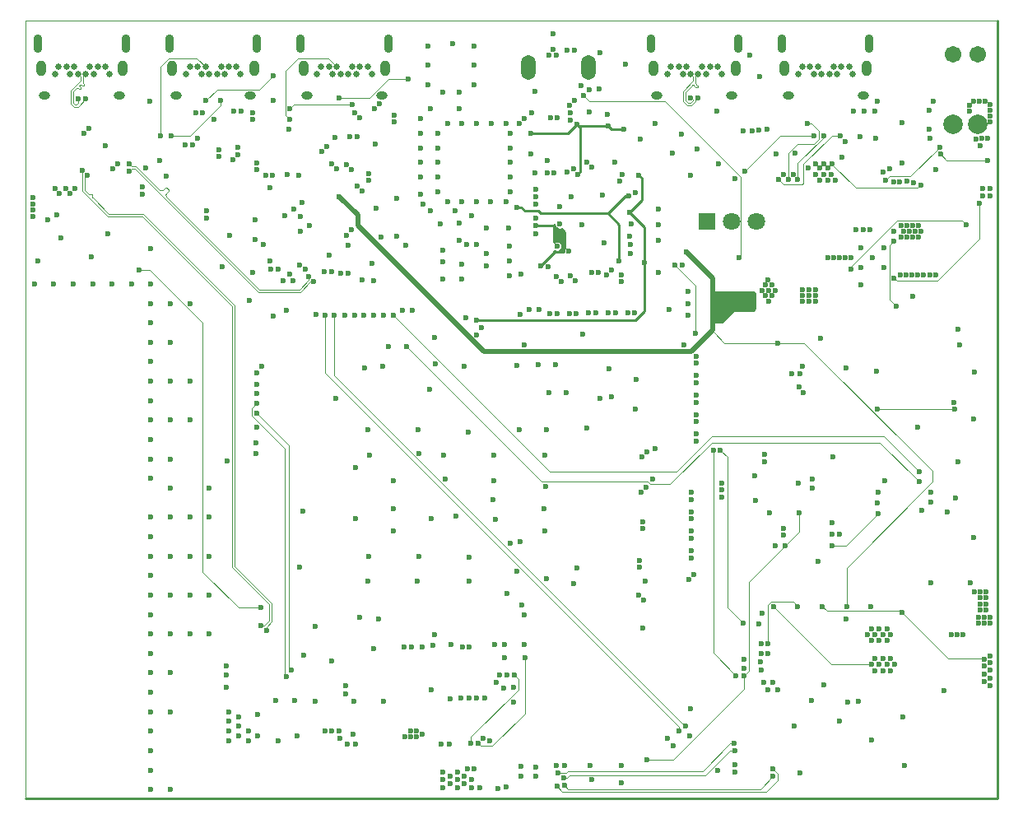
<source format=gbr>
%TF.GenerationSoftware,KiCad,Pcbnew,5.1.9+dfsg1-1*%
%TF.CreationDate,2022-02-21T14:57:17+01:00*%
%TF.ProjectId,sc606-baseboard,73633630-362d-4626-9173-65626f617264,rev?*%
%TF.SameCoordinates,Original*%
%TF.FileFunction,Copper,L3,Inr*%
%TF.FilePolarity,Positive*%
%FSLAX46Y46*%
G04 Gerber Fmt 4.6, Leading zero omitted, Abs format (unit mm)*
G04 Created by KiCad (PCBNEW 5.1.9+dfsg1-1) date 2022-02-21 14:57:17 commit 2b5f92f*
%MOMM*%
%LPD*%
G01*
G04 APERTURE LIST*
%TA.AperFunction,Profile*%
%ADD10C,0.120000*%
%TD*%
%TA.AperFunction,Profile*%
%ADD11C,0.254000*%
%TD*%
%TA.AperFunction,WasherPad*%
%ADD12C,1.710000*%
%TD*%
%TA.AperFunction,ComponentPad*%
%ADD13C,2.000000*%
%TD*%
%TA.AperFunction,ComponentPad*%
%ADD14O,0.900000X1.900000*%
%TD*%
%TA.AperFunction,ComponentPad*%
%ADD15O,1.000000X1.600000*%
%TD*%
%TA.AperFunction,ComponentPad*%
%ADD16O,1.150000X0.800000*%
%TD*%
%TA.AperFunction,ComponentPad*%
%ADD17C,0.650000*%
%TD*%
%TA.AperFunction,ComponentPad*%
%ADD18O,1.500000X2.550000*%
%TD*%
%TA.AperFunction,ComponentPad*%
%ADD19C,1.800000*%
%TD*%
%TA.AperFunction,ComponentPad*%
%ADD20R,1.800000X1.800000*%
%TD*%
%TA.AperFunction,ViaPad*%
%ADD21C,0.600000*%
%TD*%
%TA.AperFunction,Conductor*%
%ADD22C,0.125000*%
%TD*%
%TA.AperFunction,Conductor*%
%ADD23C,0.500000*%
%TD*%
%TA.AperFunction,Conductor*%
%ADD24C,0.250000*%
%TD*%
%TA.AperFunction,Conductor*%
%ADD25C,0.215000*%
%TD*%
%TA.AperFunction,Conductor*%
%ADD26C,0.254000*%
%TD*%
%TA.AperFunction,Conductor*%
%ADD27C,0.100000*%
%TD*%
G04 APERTURE END LIST*
D10*
X175600000Y-42400000D02*
X75600000Y-42400000D01*
D11*
X175600000Y-42400000D02*
X175600000Y-122400000D01*
D10*
X75600000Y-122400000D02*
X75600000Y-42400000D01*
D11*
X175600000Y-122400000D02*
X75600000Y-122400000D01*
D12*
%TO.N,*%
%TO.C,J1*%
X171050000Y-45920000D03*
X173550000Y-45920000D03*
D13*
%TO.N,GND*%
X173550000Y-53100000D03*
%TO.N,AUX_VDD*%
X171050000Y-53100000D03*
%TD*%
D14*
%TO.N,GND*%
%TO.C,J6*%
X76900000Y-44765000D03*
X85900000Y-44765000D03*
D15*
X77180000Y-47280000D03*
X85620000Y-47280000D03*
D16*
X77555000Y-50080000D03*
X85245000Y-50080000D03*
D17*
%TO.N,N/C*%
X79000000Y-47180000D03*
X79800000Y-47180000D03*
X80600000Y-47180000D03*
X82200000Y-47180000D03*
X83000000Y-47180000D03*
X83800000Y-47180000D03*
%TO.N,GND*%
X78600000Y-47880000D03*
%TO.N,/USB_flash_debug/USB_FLASH_5V0*%
X80200000Y-47880000D03*
%TO.N,/USB_flash_debug/USB_FLASH_P*%
X81000000Y-47880000D03*
%TO.N,/USB_flash_debug/USB_FLASH_N*%
X81800000Y-47880000D03*
%TO.N,/USB_flash_debug/USB_FLASH_5V0*%
X82600000Y-47880000D03*
%TO.N,GND*%
X84200000Y-47880000D03*
%TD*%
D14*
%TO.N,GND*%
%TO.C,J12*%
X153400000Y-44765000D03*
X162400000Y-44765000D03*
D15*
X153680000Y-47280000D03*
X162120000Y-47280000D03*
D16*
X154055000Y-50080000D03*
X161745000Y-50080000D03*
D17*
%TO.N,N/C*%
X155500000Y-47180000D03*
X156300000Y-47180000D03*
%TO.N,/USB-PD/PD_CC2*%
X157100000Y-47180000D03*
%TO.N,N/C*%
X158700000Y-47180000D03*
X159500000Y-47180000D03*
X160300000Y-47180000D03*
%TO.N,GND*%
X155100000Y-47880000D03*
%TO.N,/USB-PD/PD_VBUS*%
X156700000Y-47880000D03*
%TO.N,N/C*%
X157500000Y-47880000D03*
X158300000Y-47880000D03*
%TO.N,/USB-PD/PD_VBUS*%
X159100000Y-47880000D03*
%TO.N,GND*%
X160700000Y-47880000D03*
%TD*%
D14*
%TO.N,GND*%
%TO.C,J9*%
X139900000Y-44765000D03*
X148900000Y-44765000D03*
D15*
X140180000Y-47280000D03*
X148620000Y-47280000D03*
D16*
X140555000Y-50080000D03*
X148245000Y-50080000D03*
D17*
%TO.N,N/C*%
X142000000Y-47180000D03*
X142800000Y-47180000D03*
X143600000Y-47180000D03*
X145200000Y-47180000D03*
X146000000Y-47180000D03*
X146800000Y-47180000D03*
%TO.N,GND*%
X141600000Y-47880000D03*
%TO.N,/USB_flash_debug/DBG_VBUS*%
X143200000Y-47880000D03*
%TO.N,/USB_flash_debug/DBG_USB_D_P*%
X144000000Y-47880000D03*
%TO.N,/USB_flash_debug/DBG_USB_D_N*%
X144800000Y-47880000D03*
%TO.N,/USB_flash_debug/DBG_VBUS*%
X145600000Y-47880000D03*
%TO.N,GND*%
X147200000Y-47880000D03*
%TD*%
D14*
%TO.N,GND*%
%TO.C,J11*%
X90400000Y-44765000D03*
X99400000Y-44765000D03*
D15*
X90680000Y-47280000D03*
X99120000Y-47280000D03*
D16*
X91055000Y-50080000D03*
X98745000Y-50080000D03*
D17*
%TO.N,/USB_HUB_Connectors/USB_C2_SS_C_TX2_P*%
X92500000Y-47180000D03*
%TO.N,/USB_HUB_Connectors/USB_C2_SS_C_TX2_N*%
X93300000Y-47180000D03*
%TO.N,/USB_HUB_Connectors/USB_C2_CC2*%
X94100000Y-47180000D03*
%TO.N,Net-(J11-PadB8)*%
X95700000Y-47180000D03*
%TO.N,/USB_HUB_Connectors/USB_C2_SS_C_RX1_N*%
X96500000Y-47180000D03*
%TO.N,/USB_HUB_Connectors/USB_C2_SS_C_RX1_P*%
X97300000Y-47180000D03*
%TO.N,GND*%
X92100000Y-47880000D03*
%TO.N,/USB_HUB_Connectors/5V0_USB*%
X93700000Y-47880000D03*
%TO.N,/USB_HUB_Connectors/USB_C2_D2_P*%
X94500000Y-47880000D03*
%TO.N,/USB_HUB_Connectors/USB_C2_D2_N*%
X95300000Y-47880000D03*
%TO.N,/USB_HUB_Connectors/5V0_USB*%
X96100000Y-47880000D03*
%TO.N,GND*%
X97700000Y-47880000D03*
%TD*%
D14*
%TO.N,GND*%
%TO.C,J10*%
X103900000Y-44765000D03*
X112900000Y-44765000D03*
D15*
X104180000Y-47280000D03*
X112620000Y-47280000D03*
D16*
X104555000Y-50080000D03*
X112245000Y-50080000D03*
D17*
%TO.N,/USB_HUB_Connectors/USB_C1_SS_C_TX2_P*%
X106000000Y-47180000D03*
%TO.N,/USB_HUB_Connectors/USB_C1_SS_C_TX2_N*%
X106800000Y-47180000D03*
%TO.N,/USB_HUB_Connectors/USB_C1_CC2*%
X107600000Y-47180000D03*
%TO.N,Net-(J10-PadB8)*%
X109200000Y-47180000D03*
%TO.N,/USB_HUB_Connectors/USB_C1_SS_C_RX1_N*%
X110000000Y-47180000D03*
%TO.N,/USB_HUB_Connectors/USB_C1_SS_C_RX1_P*%
X110800000Y-47180000D03*
%TO.N,GND*%
X105600000Y-47880000D03*
%TO.N,/USB_HUB_Connectors/5V0_USB*%
X107200000Y-47880000D03*
%TO.N,/USB_HUB_Connectors/USB_C1_D2_P*%
X108000000Y-47880000D03*
%TO.N,/USB_HUB_Connectors/USB_C1_D2_N*%
X108800000Y-47880000D03*
%TO.N,/USB_HUB_Connectors/5V0_USB*%
X109600000Y-47880000D03*
%TO.N,GND*%
X111200000Y-47880000D03*
%TD*%
D18*
%TO.N,GND*%
%TO.C,J4*%
X133500000Y-47260000D03*
X127300000Y-47260000D03*
%TD*%
D19*
%TO.N,GND*%
%TO.C,SW1*%
X150780000Y-63100000D03*
%TO.N,DEBUG_UART_TX*%
X148240000Y-63100000D03*
D20*
%TO.N,DEBUG_UART_RX*%
X145700000Y-63100000D03*
%TD*%
D21*
%TO.N,GND*%
X117250000Y-62000000D03*
X116500000Y-61250000D03*
X126550000Y-119150000D03*
X163900000Y-67800000D03*
X163900000Y-65800000D03*
X161500000Y-65800000D03*
X161500000Y-67800000D03*
X162200000Y-105600000D03*
X163000000Y-105600000D03*
X163800000Y-105600000D03*
X164600000Y-105600000D03*
X162600000Y-106200000D03*
X163400000Y-106200000D03*
X164200000Y-105000000D03*
X163400000Y-105000000D03*
X162600000Y-105000000D03*
X130560000Y-61560000D03*
X131720000Y-60560000D03*
X138830000Y-54560000D03*
X88500000Y-87500000D03*
X90500000Y-87500000D03*
X88500000Y-89500000D03*
X88500000Y-93500000D03*
X88500000Y-95500000D03*
X90500000Y-93500000D03*
X92500000Y-93500000D03*
X90500000Y-90500000D03*
X94500000Y-93500000D03*
X94500000Y-90500000D03*
X94500000Y-97500000D03*
X94500000Y-101500000D03*
X94500000Y-105500000D03*
X90500000Y-121500000D03*
X88500000Y-97500000D03*
X90500000Y-97500000D03*
X92500000Y-97500000D03*
X88500000Y-99500000D03*
X88500000Y-101500000D03*
X88500000Y-103500000D03*
X88500000Y-105500000D03*
X88500000Y-107500000D03*
X90500000Y-101500000D03*
X92500000Y-101500000D03*
X90500000Y-105500000D03*
X92500000Y-105500000D03*
X88500000Y-109500000D03*
X90500000Y-109500000D03*
X88500000Y-81500000D03*
X86500000Y-69500000D03*
X84500000Y-69500000D03*
X82500000Y-69500000D03*
X80500000Y-69500000D03*
X78500000Y-69500000D03*
X76500000Y-69500000D03*
X122000000Y-53000000D03*
X120500000Y-53000000D03*
X119000000Y-53000000D03*
X123500000Y-53000000D03*
X125000000Y-53000000D03*
X125500000Y-57000000D03*
X125500000Y-55500000D03*
X125500000Y-54000000D03*
X125500000Y-58500000D03*
X125500000Y-60000000D03*
X122000000Y-61000000D03*
X120500000Y-61000000D03*
X119000000Y-61000000D03*
X118000000Y-57000000D03*
X118000000Y-58500000D03*
X118000000Y-60000000D03*
X118000000Y-55500000D03*
X118000000Y-54000000D03*
X123400000Y-61000000D03*
X125000000Y-61000000D03*
X88500000Y-113500000D03*
X88500000Y-117500000D03*
X88500000Y-119500000D03*
X88500000Y-121500000D03*
X88500000Y-85500000D03*
X90500000Y-83500000D03*
X92500000Y-83500000D03*
X88500000Y-83500000D03*
X88500000Y-79500000D03*
X90500000Y-79500000D03*
X92500000Y-79500000D03*
X88500000Y-77500000D03*
X88500000Y-75500000D03*
X90500000Y-75500000D03*
X88500000Y-73500000D03*
X88500000Y-71500000D03*
X90500000Y-71500000D03*
X92500000Y-71500000D03*
X88500000Y-69500000D03*
X88500000Y-115500000D03*
X88500000Y-111500000D03*
X90500000Y-113500000D03*
X113735000Y-60710000D03*
X110450000Y-78100000D03*
X112350000Y-78000000D03*
X120900000Y-73000000D03*
X124900000Y-107900000D03*
X138337501Y-82362499D03*
X82400000Y-66700000D03*
X89400000Y-56783628D03*
X83800000Y-55300000D03*
X84050000Y-64350000D03*
X111600000Y-55100000D03*
X107400000Y-54400000D03*
X128100000Y-120150000D03*
X125100000Y-101300000D03*
X128120000Y-64340000D03*
X134700000Y-81300000D03*
X132300000Y-98700000D03*
X126132215Y-99067785D03*
X126500000Y-96012500D03*
X129000000Y-94900000D03*
X123894715Y-93705285D03*
X121200000Y-97600000D03*
X121200000Y-100100000D03*
X115900000Y-100100000D03*
X110800000Y-100100000D03*
X116100000Y-97500000D03*
X110900000Y-97500000D03*
X116400000Y-106800000D03*
X111400000Y-107000000D03*
X109400000Y-112400000D03*
X105400000Y-112400000D03*
X103300000Y-112300000D03*
X99500000Y-113800000D03*
X104200000Y-107700000D03*
X103800000Y-98600000D03*
X104100000Y-92900000D03*
X119900000Y-93400000D03*
X123700000Y-91662501D03*
X128900000Y-92637501D03*
X129100000Y-90287500D03*
X123800000Y-89700000D03*
X117300000Y-93600000D03*
X113400000Y-94900000D03*
X113400000Y-92637501D03*
X109500000Y-93600000D03*
X113400000Y-89700000D03*
X109500000Y-88400000D03*
X129000000Y-87100000D03*
X123800000Y-87100000D03*
X118600000Y-87100000D03*
X116094714Y-86905286D03*
X111000000Y-87100000D03*
X110800000Y-84500000D03*
X116000000Y-84500000D03*
X121100000Y-84700000D03*
X126400000Y-84500000D03*
X129200000Y-84500000D03*
X133300000Y-84300000D03*
X140400000Y-86400000D03*
X144000000Y-113150000D03*
X128100000Y-119200000D03*
X126550000Y-120150000D03*
X107500000Y-81300000D03*
X98600000Y-71200000D03*
X105500000Y-72600000D03*
X102400000Y-72225000D03*
X104800000Y-63500000D03*
X103900000Y-64100000D03*
X102300000Y-62500000D03*
X103200000Y-61800000D03*
X103900000Y-62600000D03*
X104000000Y-61100000D03*
X120700000Y-78000000D03*
X130521364Y-63352162D03*
X128000000Y-58100000D03*
X130261094Y-65627897D03*
X135100000Y-65300000D03*
X131500000Y-66100000D03*
X134956906Y-60362035D03*
X138400000Y-79300000D03*
X143300000Y-75800000D03*
X141800000Y-72100000D03*
X128400000Y-72100000D03*
X140400000Y-52950000D03*
X146700000Y-51700000D03*
X144000000Y-58300000D03*
X146900000Y-57100000D03*
X152800000Y-56150000D03*
X154750000Y-56050000D03*
X150100000Y-45950000D03*
X161450000Y-54350000D03*
X159550000Y-56500000D03*
X132850000Y-63437491D03*
X144650000Y-55600000D03*
X139350000Y-100050000D03*
X139100000Y-104850000D03*
X133650000Y-119050000D03*
X129838747Y-45333160D03*
X133600000Y-51800000D03*
X127700000Y-51900000D03*
X93250000Y-54550000D03*
X97450000Y-55450000D03*
X95000000Y-52600000D03*
X160000000Y-104000000D03*
X168755285Y-100255285D03*
X174800000Y-103800000D03*
X174200000Y-103800000D03*
X173600000Y-103800000D03*
X174800000Y-104400000D03*
X174200000Y-104400000D03*
X173600000Y-104400000D03*
X170800000Y-105600000D03*
X171400000Y-105600000D03*
X172000000Y-105600000D03*
X170100000Y-111300000D03*
X157400000Y-75100000D03*
X152000000Y-69050000D03*
X152050000Y-71250000D03*
X151700000Y-70700000D03*
X152400000Y-70700000D03*
X152050000Y-70150000D03*
X151350000Y-70150000D03*
X151700000Y-69600000D03*
X152700000Y-70150000D03*
X152350000Y-69600000D03*
X162550000Y-102650000D03*
X111425003Y-69200000D03*
X117300000Y-111200000D03*
X166000000Y-119000000D03*
X152150000Y-93000000D03*
X122699998Y-116250009D03*
X140100000Y-89587532D03*
X118744714Y-89587532D03*
X168700000Y-90900000D03*
X157100000Y-98000000D03*
X154400000Y-78687500D03*
X158525001Y-94050000D03*
X151600000Y-87024997D03*
X173200000Y-78600000D03*
X164200000Y-106200000D03*
X171500000Y-87800000D03*
X164000000Y-89700000D03*
X167400000Y-84200000D03*
X171097470Y-81682284D03*
X171724997Y-75801282D03*
X171550000Y-74150000D03*
X162700000Y-66800010D03*
X169200000Y-68550000D03*
X168600000Y-68550000D03*
X168000000Y-68550000D03*
X167400000Y-68550000D03*
X166800000Y-68550000D03*
X166200000Y-68550000D03*
X165600000Y-68550000D03*
X160550000Y-66750000D03*
X159950000Y-66750000D03*
X159350000Y-66750000D03*
X158750000Y-66750000D03*
X158150000Y-66750000D03*
X165800000Y-57050000D03*
X174800000Y-60450000D03*
X174800000Y-59700000D03*
X174050000Y-60450000D03*
X174050000Y-59700000D03*
X165500000Y-59012500D03*
X131050000Y-119049994D03*
X133817036Y-120500000D03*
X155300000Y-119800000D03*
X164873169Y-59001654D03*
X171300004Y-91550000D03*
X173100000Y-83400000D03*
X173100000Y-95550000D03*
X163150000Y-78500000D03*
X129900000Y-43750000D03*
X113750000Y-64550000D03*
X114700000Y-65500000D03*
X112150000Y-64700000D03*
X118500000Y-66000000D03*
X118500000Y-67250000D03*
X118500000Y-69000000D03*
X120500000Y-69000000D03*
X120500000Y-67500000D03*
X120250000Y-65000000D03*
X120250000Y-63250000D03*
X119750000Y-62000000D03*
X116250000Y-60250000D03*
X116250000Y-58500000D03*
X116250000Y-57000000D03*
X116250000Y-55500000D03*
X116250000Y-54000000D03*
X116250000Y-52500000D03*
X117250000Y-51500000D03*
X120250000Y-51500000D03*
X120250000Y-49750000D03*
X118500000Y-49750000D03*
X117000000Y-49000000D03*
X121750000Y-49000000D03*
X117000000Y-47000000D03*
X117000000Y-45000000D03*
X121750000Y-45000000D03*
X121750000Y-47000000D03*
X119500000Y-44750000D03*
X125388299Y-68611701D03*
X125388299Y-67111701D03*
X125388299Y-65611701D03*
X125250000Y-63750000D03*
X123000000Y-63750000D03*
X123000000Y-67600000D03*
X99000000Y-68275799D03*
X95800000Y-67700000D03*
X96600000Y-64500000D03*
X78800000Y-62400000D03*
X79200000Y-64800000D03*
X90100000Y-58400000D03*
X102700000Y-53600000D03*
X134700000Y-45700000D03*
X138300004Y-60100000D03*
X132000000Y-100300000D03*
X172800000Y-100200000D03*
X151044715Y-104444715D03*
X134600000Y-49475010D03*
X173400000Y-54600000D03*
X174000000Y-54550000D03*
X174600000Y-54550000D03*
X172700000Y-51700000D03*
X172700000Y-51100000D03*
X173150000Y-50700000D03*
X173750000Y-50700000D03*
X174350000Y-50700000D03*
X174850000Y-51050000D03*
X174850000Y-51650000D03*
X174850000Y-52250000D03*
X174850000Y-52850000D03*
X125450000Y-96200000D03*
X157750000Y-110700000D03*
X156450000Y-112350000D03*
X159300000Y-114450000D03*
X165850000Y-114000000D03*
X160200000Y-112500000D03*
X99317979Y-86902479D03*
%TO.N,RTC_BAT*%
X96300000Y-87674976D03*
%TO.N,LDO6_1P8*%
X121500000Y-62500000D03*
X112900000Y-75900000D03*
X99400000Y-82800000D03*
X136900000Y-119025002D03*
X149500000Y-109800000D03*
X102900000Y-109250000D03*
X139500000Y-118424998D03*
X153762490Y-96400000D03*
X155162490Y-93000000D03*
X151600000Y-87750000D03*
X136900000Y-120800000D03*
%TO.N,V_SOM*%
X96250000Y-108750000D03*
X96250000Y-111000000D03*
X96500000Y-113500000D03*
X99500000Y-116000000D03*
X98500000Y-116500000D03*
X98500000Y-115500000D03*
X96500000Y-115500000D03*
X96500000Y-116500000D03*
X96500000Y-114500000D03*
X97500000Y-116000000D03*
X97500000Y-115000000D03*
X97500000Y-114000000D03*
X96250000Y-109750000D03*
%TO.N,VPH_PWR*%
X105400000Y-104700000D03*
%TO.N,Net-(C20-Pad1)*%
X161775003Y-63900000D03*
%TO.N,5V0_SYS*%
X163000000Y-108000000D03*
X118500000Y-121300000D03*
X119250000Y-120900000D03*
X118500000Y-120500000D03*
X119250000Y-120150000D03*
X118500000Y-119750000D03*
X120000000Y-119750000D03*
X120000000Y-120500000D03*
X120000000Y-121300000D03*
X120700000Y-120900000D03*
X120700000Y-120100000D03*
X121450000Y-120500000D03*
X121450000Y-121300000D03*
X122300000Y-121300000D03*
X111700000Y-61700000D03*
X77900000Y-62900000D03*
X76900000Y-67100000D03*
X76350000Y-62550000D03*
X76350000Y-61900000D03*
X76350000Y-61250000D03*
X76350000Y-60600000D03*
X162600000Y-108600000D03*
X163000000Y-109300000D03*
X163400000Y-108600000D03*
X163800000Y-109300000D03*
X164200000Y-108600000D03*
X164600000Y-109300000D03*
X163800000Y-108000000D03*
X164600000Y-108000000D03*
X137300000Y-46900000D03*
X151150000Y-48200000D03*
X163050000Y-54500000D03*
X173800000Y-102400000D03*
X174400000Y-103000000D03*
X173800000Y-103000000D03*
X174400000Y-102400000D03*
X174400000Y-101800000D03*
X173800000Y-101800000D03*
X174400000Y-101200000D03*
X173800000Y-101200000D03*
X173200000Y-101200000D03*
X156900000Y-71300000D03*
X156200000Y-71300000D03*
X155500000Y-71300000D03*
X156900000Y-70700000D03*
X156200000Y-70700000D03*
X155500000Y-70700000D03*
X156900000Y-70100000D03*
X156200000Y-70100000D03*
X155500000Y-70100000D03*
X152550000Y-102650000D03*
X165000000Y-108600000D03*
X165650000Y-63450000D03*
X166250000Y-63450000D03*
X166850000Y-63450000D03*
X167450000Y-63450000D03*
X165950000Y-64050000D03*
X166550000Y-64050000D03*
X167150000Y-64050000D03*
X166250000Y-64650000D03*
X165650000Y-64650000D03*
X166850000Y-64650000D03*
X167450000Y-64650000D03*
X167750000Y-64050000D03*
X154650000Y-115000000D03*
X161300000Y-112400000D03*
%TO.N,Net-(C23-Pad1)*%
X161550000Y-69594998D03*
%TO.N,Net-(C25-Pad2)*%
X166900000Y-70800000D03*
%TO.N,Net-(C25-Pad1)*%
X165155016Y-71800000D03*
X164900000Y-65100000D03*
%TO.N,1V2_SYS*%
X100100000Y-65400000D03*
X106800000Y-66500000D03*
X99200000Y-62900000D03*
X107887160Y-60487160D03*
X103823249Y-67560682D03*
X143612503Y-66200000D03*
X103700000Y-58300000D03*
X100700000Y-59600000D03*
X153000000Y-75600000D03*
X150400000Y-70800000D03*
X149700000Y-70800000D03*
X149000000Y-70800000D03*
X148300000Y-70800000D03*
X146300000Y-73200000D03*
X146300000Y-72500000D03*
X146300000Y-71800000D03*
X147000000Y-72900000D03*
X147000000Y-72100000D03*
X160050000Y-102650000D03*
%TO.N,3V3_CAM*%
X115800000Y-115500000D03*
X114600000Y-116100000D03*
X174225000Y-110425000D03*
X115200000Y-115500000D03*
X116400000Y-115800000D03*
X115200000Y-116100000D03*
X115800000Y-116100000D03*
X165750000Y-103250000D03*
X174825000Y-107750000D03*
X174825000Y-108425000D03*
X174825000Y-109225000D03*
X174825000Y-110025000D03*
X174225000Y-108075000D03*
X174225000Y-108825000D03*
X174225000Y-109625000D03*
X174825000Y-110825000D03*
X157550000Y-102650000D03*
%TO.N,3V3_SYS*%
X152000000Y-107500000D03*
X151200000Y-108400000D03*
X99200000Y-64892500D03*
X108600000Y-64500000D03*
X88500000Y-65900000D03*
X87600000Y-59500000D03*
X104400000Y-68000000D03*
X153000000Y-111250000D03*
X152000000Y-111250000D03*
X152500000Y-110500000D03*
X151500000Y-110500000D03*
X151250000Y-109250000D03*
X151250000Y-107500000D03*
X151250000Y-106500000D03*
X152000000Y-106500000D03*
X143750000Y-70250000D03*
X143750000Y-71500000D03*
X102550000Y-58200000D03*
X155050000Y-102650000D03*
X100730000Y-67120000D03*
X123373845Y-116517539D03*
X163250000Y-82350000D03*
X171200000Y-82400000D03*
X158650000Y-87300000D03*
X160000000Y-78150000D03*
X158525001Y-96400000D03*
X163300000Y-93100000D03*
X130224984Y-119025012D03*
%TO.N,/display module/RST_N*%
X149400000Y-104400000D03*
X143750000Y-72750000D03*
X147074972Y-86592459D03*
%TO.N,LT9611_VCC33_RX*%
X128100000Y-62732500D03*
X128074035Y-61319033D03*
X140687491Y-68300000D03*
X129322316Y-67695057D03*
%TO.N,LT9611_VCC33_TX*%
X129230000Y-56820000D03*
X132010001Y-57610001D03*
X136189998Y-56990000D03*
%TO.N,LT9611_VCC33_IO*%
X137700000Y-62150000D03*
X138680000Y-58320000D03*
X136690000Y-58900000D03*
X122000000Y-73200000D03*
X139228165Y-67271835D03*
%TO.N,Net-(C53-Pad1)*%
X128080000Y-60560000D03*
%TO.N,Net-(C57-Pad1)*%
X128080000Y-59770000D03*
%TO.N,LDO17_2P85*%
X152750000Y-96450000D03*
X168700000Y-91900000D03*
X99325012Y-85800000D03*
%TO.N,LT9611_VDD12*%
X136650000Y-67100000D03*
X126174998Y-61650000D03*
X140700000Y-65000000D03*
X137679587Y-60475143D03*
%TO.N,LT9611_VCC12_RX*%
X128575035Y-67664505D03*
X128120000Y-63520000D03*
X140700000Y-63400000D03*
%TO.N,LT9611_VCC12_TX*%
X140700000Y-61800000D03*
X131300000Y-58000000D03*
%TO.N,/display module/TX_D2_P*%
X129256578Y-58088512D03*
%TO.N,/display module/TX_D2_N*%
X129981578Y-58088512D03*
%TO.N,/display module/TX_D0_P*%
X133313673Y-56973673D03*
%TO.N,/display module/TX_D0_N*%
X133826327Y-57486327D03*
%TO.N,/display module/V_COMM*%
X135570000Y-53280000D03*
X137110004Y-53590000D03*
X132362500Y-58250000D03*
X127550000Y-54000000D03*
X132350000Y-53050000D03*
%TO.N,Net-(C85-Pad1)*%
X132717762Y-49107206D03*
%TO.N,SD_LDO11*%
X129160000Y-99815000D03*
X124000000Y-110500000D03*
%TO.N,USIM1_VDD*%
X112400000Y-72700000D03*
%TO.N,/USB_flash_debug/USB_FLASH_5V0*%
X87600000Y-60300000D03*
%TO.N,/USB_flash_debug/5V0_DBG*%
X142100000Y-56000000D03*
%TO.N,/USB_flash_debug/DBG_USB_D_P*%
X144762500Y-50337502D03*
%TO.N,1V8_DBG*%
X148550000Y-58700000D03*
%TO.N,/USB_flash_debug/DBG_USB_D_N*%
X144037500Y-50337502D03*
%TO.N,Net-(C117-Pad2)*%
X143074998Y-54050000D03*
%TO.N,/USB_HUB_Connectors/HUB_XTALI*%
X111200000Y-67400000D03*
%TO.N,/USB_HUB_Connectors/HUB_XTALO*%
X108800000Y-65500000D03*
%TO.N,/USB_HUB_Connectors/5V0_USB*%
X88400000Y-50700000D03*
X78600000Y-59700000D03*
X79100000Y-60200000D03*
X79700000Y-59700000D03*
X80200000Y-60200000D03*
X80700000Y-59700000D03*
X101100000Y-50600000D03*
%TO.N,/USB_flash_debug/USB_FLASH_P*%
X81762500Y-50487498D03*
X82106327Y-53493673D03*
X85081840Y-57150325D03*
%TO.N,/USB_flash_debug/USB_FLASH_N*%
X81037500Y-50487498D03*
X81593673Y-54006327D03*
X84569186Y-57662979D03*
%TO.N,DEBUG_UART_RX*%
X99400000Y-78650000D03*
%TO.N,DEBUG_UART_TX*%
X99900000Y-77950000D03*
%TO.N,Net-(IC1-Pad10)*%
X164950000Y-68900000D03*
X173749992Y-61200000D03*
%TO.N,Net-(IC1-Pad6)*%
X160500000Y-68000000D03*
X172400000Y-63400000D03*
%TO.N,Net-(IC1-Pad5)*%
X161050000Y-63900000D03*
%TO.N,Net-(IC1-Pad3)*%
X162500006Y-63900000D03*
%TO.N,VSYNC_CAM2*%
X125880285Y-109730285D03*
X121419683Y-116702380D03*
%TO.N,VSYNC_CAM1*%
X126950000Y-107950000D03*
X122144567Y-116715989D03*
%TO.N,TP0_I2C_SDA*%
X114800000Y-75912490D03*
X167500000Y-89800000D03*
%TO.N,TP0_I2C_SCL*%
X113400000Y-72700000D03*
X167500000Y-88800000D03*
%TO.N,/display module/DETECT_HDMI*%
X128000000Y-49700000D03*
%TO.N,/display module/CEC_HDMI*%
X149000000Y-66750000D03*
X133000000Y-50100000D03*
%TO.N,/display module/LTtoHDMI_SCL*%
X133600000Y-49530000D03*
%TO.N,/display module/LTtoHDMI_SDA*%
X135490000Y-52070000D03*
%TO.N,Net-(J11-PadA8)*%
X94152973Y-50621514D03*
X101050000Y-48100000D03*
%TO.N,SoM_USB_D_P*%
X99843673Y-104643673D03*
X81444732Y-57792078D03*
%TO.N,SoM_USB_D_N*%
X100356327Y-105156327D03*
X81957386Y-58304732D03*
%TO.N,Net-(M1-Pad248)*%
X126100000Y-77900000D03*
%TO.N,Net-(M1-Pad247)*%
X135600000Y-78200000D03*
%TO.N,CAM_RST*%
X126900000Y-106600000D03*
X151350000Y-103400000D03*
%TO.N,LT9611_RST_N*%
X124900000Y-106600000D03*
X149500000Y-108100000D03*
%TO.N,LT9611_INT0*%
X149500000Y-109074997D03*
X123837510Y-106600000D03*
%TO.N,HDMI_I2C_SCL*%
X117700000Y-75000000D03*
%TO.N,HDMI_I2C_SDA*%
X117755285Y-77744715D03*
%TO.N,Net-(M1-Pad201)*%
X132900000Y-74700000D03*
%TO.N,Net-(M1-Pad200)*%
X126900000Y-75800000D03*
%TO.N,SoM_USB3_TX_N*%
X121262500Y-106845636D03*
X108762500Y-68400000D03*
%TO.N,SoM_USB3_TX_P*%
X120537500Y-106845636D03*
X108037500Y-68400000D03*
%TO.N,SoM_USB3_RX_N*%
X115262500Y-106850000D03*
X107062500Y-68200000D03*
%TO.N,SoM_USB3_RX_P*%
X114537500Y-106850000D03*
X106337500Y-68200000D03*
%TO.N,VOL_DOWN*%
X106400000Y-72700000D03*
X142803640Y-115467768D03*
%TO.N,VOL_UP*%
X107349999Y-72700000D03*
X143500000Y-115000002D03*
%TO.N,Net-(M1-Pad145)*%
X108400000Y-72700000D03*
%TO.N,USIM1_RST*%
X109450000Y-72700000D03*
%TO.N,USIM1_CLK*%
X110400000Y-72700000D03*
%TO.N,USIM1_DATA*%
X111400000Y-72700000D03*
%TO.N,Net-(M1-Pad132)*%
X121000000Y-65450000D03*
%TO.N,Net-(M1-Pad131)*%
X123000000Y-66400000D03*
X122000000Y-65450000D03*
%TO.N,PWRKEY*%
X162600000Y-116400000D03*
X101330278Y-112319722D03*
%TO.N,SoM_USB_FLASH_ID*%
X99800000Y-102800000D03*
X87300000Y-68100000D03*
%TO.N,LDO5_1P8*%
X99400000Y-81800000D03*
X146800000Y-119500000D03*
X102400000Y-109900000D03*
%TO.N,/display module/CEC_LT*%
X137919715Y-63319715D03*
X143125003Y-67550000D03*
%TO.N,/display module/INT0*%
X148700000Y-109800000D03*
X137749934Y-64568431D03*
X142400000Y-67550000D03*
X144500000Y-74600000D03*
X146350000Y-86600000D03*
%TO.N,Net-(R59-Pad1)*%
X136990000Y-58220000D03*
X127550000Y-56150000D03*
%TO.N,Net-(R107-Pad1)*%
X87929317Y-57520683D03*
%TO.N,Net-(R112-Pad2)*%
X110200000Y-69100000D03*
%TO.N,Net-(R113-Pad2)*%
X109100000Y-63900000D03*
%TO.N,Net-(R118-Pad2)*%
X103100000Y-69150000D03*
%TO.N,Net-(R119-Pad2)*%
X102749996Y-68450000D03*
%TO.N,Net-(R120-Pad2)*%
X102100000Y-69150000D03*
%TO.N,Net-(TP16-Pad1)*%
X100800000Y-68000000D03*
%TO.N,Net-(TP17-Pad1)*%
X101612500Y-68000000D03*
%TO.N,USB_HUB_P*%
X104743673Y-68743673D03*
X86250000Y-57137500D03*
%TO.N,USB_HUB_N*%
X105256327Y-69256327D03*
X86250000Y-57862500D03*
%TO.N,/USB_HUB_Connectors/USB_C1_SS_TX2_P*%
X110256327Y-59956327D03*
%TO.N,/USB_HUB_Connectors/USB_C1_SS_TX2_N*%
X109743673Y-59443673D03*
%TO.N,/USB_HUB_Connectors/USB_C1_SS_TX1_P*%
X107625431Y-57651327D03*
%TO.N,/USB_HUB_Connectors/USB_C1_SS_RX2_N*%
X110900000Y-58137500D03*
X106545684Y-55333030D03*
%TO.N,/USB_HUB_Connectors/USB_C1_SS_TX1_N*%
X107112777Y-57138673D03*
%TO.N,/USB_HUB_Connectors/USB_C1_SS_RX2_P*%
X110900000Y-58862500D03*
X106033030Y-55845684D03*
%TO.N,/USB_HUB_Connectors/USB_C2_SS_TX1_P*%
X101012500Y-58300000D03*
%TO.N,/USB_HUB_Connectors/USB_C2_SS_TX1_N*%
X100287500Y-58300000D03*
%TO.N,/USB_HUB_Connectors/USB_C2_SS_RX2_N*%
X94250000Y-62712500D03*
%TO.N,/USB_HUB_Connectors/USB_C2_SS_RX2_P*%
X94250000Y-61987500D03*
%TO.N,/USB_HUB_Connectors/USB_C1_CC1*%
X109170683Y-51079317D03*
X102800000Y-51500000D03*
%TO.N,/USB_HUB_Connectors/USB_C1_CC2*%
X102800000Y-52600000D03*
%TO.N,/USB_HUB_Connectors/USB_C2_CC1*%
X90600000Y-54300000D03*
X95697898Y-50653885D03*
%TO.N,/USB_HUB_Connectors/USB_C2_CC2*%
X89500000Y-54300000D03*
%TO.N,SD_DATA_6*%
X125769745Y-112472463D03*
%TO.N,SD_DATA_4*%
X126612499Y-102500000D03*
%TO.N,SD_DATA_5*%
X126900000Y-103500000D03*
%TO.N,SD_DATA_0*%
X125150000Y-109750000D03*
%TO.N,SD_DATA_1*%
X124400000Y-109750000D03*
%TO.N,SD_DATA_2*%
X125800000Y-111000000D03*
%TO.N,SD_DATA_3*%
X124800000Y-111050000D03*
%TO.N,CAM1_CLK_P*%
X143818673Y-99930007D03*
%TO.N,CAM1_CLK_N*%
X144331327Y-99417353D03*
%TO.N,CAM1_D0_P*%
X144075000Y-97662500D03*
%TO.N,CAM1_D0_N*%
X144075000Y-96937500D03*
%TO.N,CAM1_D1_P*%
X144075000Y-95662500D03*
%TO.N,CAM1_D1_N*%
X144075000Y-94937500D03*
%TO.N,CAM1_D2_P*%
X144075000Y-93662500D03*
%TO.N,CAM1_D2_N*%
X144075000Y-92937500D03*
%TO.N,CAM1_D3_P*%
X144075000Y-91662500D03*
%TO.N,CAM1_D3_N*%
X144075000Y-90937500D03*
%TO.N,/USB_HUB_Connectors/USB_C1_SS_C_TX1_P*%
X109970684Y-52391970D03*
%TO.N,/USB_HUB_Connectors/USB_C1_SS_C_TX1_N*%
X109458030Y-51879316D03*
%TO.N,/USB_HUB_Connectors/USB_C2_SS_C_TX1_P*%
X98992884Y-52588215D03*
%TO.N,/USB_HUB_Connectors/USB_C2_SS_C_TX2_P*%
X93812500Y-51900000D03*
%TO.N,/USB_HUB_Connectors/USB_C2_SS_C_TX1_N*%
X98992884Y-51863215D03*
%TO.N,/USB_HUB_Connectors/USB_C2_SS_C_TX2_N*%
X93087500Y-51900000D03*
%TO.N,/USB_HUB_Connectors/USB_C2_SS_C_RX2_N*%
X92762500Y-55153238D03*
%TO.N,/USB_HUB_Connectors/USB_C2_SS_C_RX1_N*%
X97042500Y-51718119D03*
%TO.N,/USB_HUB_Connectors/USB_C2_SS_C_RX2_P*%
X92037500Y-55153238D03*
%TO.N,/USB_HUB_Connectors/USB_C2_SS_C_RX1_P*%
X97767500Y-51718119D03*
%TO.N,CAM2_CLK_P*%
X139193829Y-102006327D03*
%TO.N,CAM2_CLK_N*%
X138681175Y-101493673D03*
%TO.N,CAM2_D0_P*%
X138768809Y-98662500D03*
%TO.N,CAM2_D0_N*%
X138768809Y-97937500D03*
%TO.N,CAM2_D1_P*%
X139100000Y-94662500D03*
%TO.N,CAM2_D1_N*%
X139100000Y-93937500D03*
%TO.N,CAM2_D2_P*%
X138943673Y-90906327D03*
%TO.N,CAM2_D2_N*%
X139456327Y-90393673D03*
%TO.N,CAM2_D3_P*%
X138993673Y-87306327D03*
%TO.N,CAM2_D3_N*%
X139506327Y-86793673D03*
%TO.N,/display module/TX_D2_Ferr_P*%
X126368673Y-53006327D03*
%TO.N,/display module/TX_D2_Ferr_N*%
X126881327Y-52493673D03*
%TO.N,/display module/TX_D0_Ferr_P*%
X131600000Y-52612500D03*
%TO.N,/display module/TX_D0_Ferr_N*%
X131600000Y-51887500D03*
%TO.N,/display module/TX_D1_Ferr_P*%
X129437500Y-45981860D03*
X129587500Y-52415161D03*
%TO.N,/display module/TX_D1_Ferr_N*%
X130162500Y-45981860D03*
X130312500Y-52415161D03*
%TO.N,/display module/TX_CLK_Ferr_P*%
X131526804Y-51139458D03*
X131302921Y-45467759D03*
%TO.N,/display module/TX_CLK_Ferr_N*%
X132039458Y-50626804D03*
X132027921Y-45467759D03*
%TO.N,SoMtoDisplay_D3_N*%
X144600000Y-76937500D03*
%TO.N,SoMtoDisplay_D3_P*%
X144600000Y-77662500D03*
%TO.N,SoMtoDisplay_D2_N*%
X144600000Y-78937500D03*
%TO.N,SoMtoDisplay_D2_P*%
X144600000Y-79662500D03*
%TO.N,SoMtoDisplay_D1_N*%
X144600000Y-80937500D03*
%TO.N,SoMtoDisplay_D1_P*%
X144600000Y-81662500D03*
%TO.N,SoMtoDisplay_D0_N*%
X144600000Y-82937500D03*
%TO.N,SoMtoDisplay_D0_P*%
X144600000Y-83662500D03*
%TO.N,SoMtoDisplay_CLK_N*%
X144600000Y-84937500D03*
%TO.N,SoMtoDisplay_CLK_P*%
X144600000Y-85662500D03*
%TO.N,SoMtoLT_D3_N*%
X129537500Y-72512482D03*
X130193673Y-68753916D03*
%TO.N,SoMtoLT_D3_P*%
X130262500Y-72512482D03*
X130706327Y-69266570D03*
%TO.N,SoMtoLT_D2_N*%
X131671213Y-68681861D03*
X131537500Y-72512298D03*
%TO.N,SoMtoLT_D2_P*%
X132183867Y-69194515D03*
X132262500Y-72512298D03*
%TO.N,SoMtoLT_D1_N*%
X133537500Y-72473175D03*
X133812500Y-68331134D03*
%TO.N,SoMtoLT_D1_P*%
X134262500Y-72473175D03*
X134537500Y-68331134D03*
%TO.N,SoMtoLT_D0_N*%
X135537500Y-72476044D03*
X135368515Y-68568829D03*
%TO.N,SoMtoLT_D0_P*%
X136262500Y-72476044D03*
X135881169Y-68056175D03*
%TO.N,SoMtoLT_CLK_N*%
X136875000Y-69262500D03*
X137537500Y-72477945D03*
%TO.N,SoMtoLT_CLK_P*%
X136875000Y-68537500D03*
X138262500Y-72477945D03*
%TO.N,USB_BOOT*%
X143944722Y-115994586D03*
X119299996Y-112200000D03*
%TO.N,/USB_HUB_Connectors/USB_C1_SS_C_RX1_N*%
X111487442Y-51478137D03*
%TO.N,/USB_HUB_Connectors/USB_C1_SS_C_RX1_P*%
X112000096Y-50965483D03*
%TO.N,/display module/SoMtoLT_SDA*%
X137800000Y-65450000D03*
X122500000Y-74000004D03*
%TO.N,/USB_HUB_Connectors/USB_C1_D2_N*%
X113500000Y-52137500D03*
%TO.N,/USB_HUB_Connectors/USB_C1_D1_P*%
X109712500Y-54350000D03*
X109106327Y-57756327D03*
%TO.N,/USB_HUB_Connectors/USB_C1_D1_N*%
X108987500Y-54350000D03*
X108593673Y-57243673D03*
%TO.N,/USB_HUB_Connectors/USB_C1_D2_P*%
X113500000Y-52862500D03*
%TO.N,/USB_HUB_Connectors/USB_C2_D2_P*%
X95514357Y-55673143D03*
%TO.N,/USB_HUB_Connectors/USB_C2_D2_N*%
X95514357Y-56398143D03*
%TO.N,/USB_HUB_Connectors/USB_C2_D1_P*%
X97411327Y-56240399D03*
X99400000Y-57037500D03*
%TO.N,/USB_HUB_Connectors/USB_C2_D1_N*%
X96898673Y-56753053D03*
X99400000Y-57762500D03*
%TO.N,/display module/SoMtoLT_SCL*%
X122000000Y-74750000D03*
X137850000Y-66349994D03*
%TO.N,Net-(J10-PadA8)*%
X107837797Y-50325002D03*
X115000000Y-48400000D03*
%TO.N,/USB-PD/VREG_2V7*%
X156700000Y-54250000D03*
X149550000Y-57900000D03*
%TO.N,PD_VDD*%
X158100000Y-58800000D03*
X158900000Y-58800000D03*
X158500000Y-58200000D03*
X157300000Y-58800000D03*
X157700000Y-58200000D03*
X158100000Y-57600000D03*
X157300000Y-57600000D03*
X157700000Y-57100000D03*
X156900000Y-57100000D03*
X156900000Y-58200000D03*
X158600000Y-57100000D03*
X167700000Y-59300000D03*
%TO.N,STUSB4500_AB_SIDE*%
X154550000Y-58200000D03*
%TO.N,Net-(R148-Pad2)*%
X155050000Y-58750000D03*
X157700000Y-54300000D03*
%TO.N,Net-(R150-Pad2)*%
X154050450Y-58725431D03*
X156037500Y-53000000D03*
%TO.N,STUSB4500_GPIO*%
X153550000Y-58200000D03*
%TO.N,STUSB4500_ATTACH*%
X149450000Y-53750000D03*
%TO.N,STUSB4500_SCL*%
X151900000Y-53550000D03*
%TO.N,STUSB4500_SDA*%
X151050000Y-53699999D03*
%TO.N,STUSB4500_ALERT*%
X156100000Y-57600000D03*
%TO.N,Net-(R157-Pad2)*%
X150326841Y-53751654D03*
%TO.N,/USB-PD/STUSB4500_PWR_OK2*%
X159902164Y-54853246D03*
%TO.N,Net-(D34-Pad1)*%
X163000000Y-51750000D03*
%TO.N,/USB-PD/STUSB4500_PWR_OK3*%
X153050000Y-58750000D03*
X159400000Y-54250000D03*
%TO.N,Net-(D34-Pad3)*%
X160800000Y-51750000D03*
%TO.N,Net-(D34-Pad2)*%
X161900000Y-51750000D03*
%TO.N,VDD*%
X169200000Y-57750000D03*
X164900000Y-64076841D03*
%TO.N,AUX_VDD*%
X166950000Y-59050000D03*
%TO.N,Net-(C158-Pad1)*%
X164500000Y-57650000D03*
%TO.N,Net-(C159-Pad2)*%
X166232284Y-58947470D03*
X168550000Y-53600000D03*
%TO.N,Net-(D36-Pad1)*%
X163250000Y-50700000D03*
%TO.N,Net-(D37-Pad1)*%
X168950000Y-50700000D03*
%TO.N,Net-(M1-Pad168)*%
X107100000Y-108300000D03*
%TO.N,/peripherals/ANT_GNSS_*%
X118300000Y-63300000D03*
%TO.N,/SoM/USB_VBUS_DET*%
X103500000Y-116000000D03*
%TO.N,LDO10_2P8*%
X99400000Y-84250000D03*
%TO.N,Net-(M1-Pad244)*%
X135900000Y-81100000D03*
%TO.N,Net-(M1-Pad228)*%
X119400000Y-106600000D03*
%TO.N,Net-(M1-Pad227)*%
X117500000Y-106700000D03*
%TO.N,Net-(M1-Pad226)*%
X117700000Y-105600000D03*
%TO.N,Net-(M1-Pad224)*%
X111900000Y-104000000D03*
%TO.N,Net-(M1-Pad223)*%
X110000000Y-103800000D03*
%TO.N,Net-(M1-Pad202)*%
X126500000Y-72600000D03*
%TO.N,Net-(M1-Pad149)*%
X101100000Y-72800000D03*
%TO.N,Net-(M1-Pad139)*%
X114400000Y-72200000D03*
%TO.N,Net-(M1-Pad138)*%
X115400000Y-72200000D03*
%TO.N,Net-(M1-Pad127)*%
X126600000Y-68500000D03*
%TO.N,Net-(M1-Pad126)*%
X127400000Y-72100000D03*
%TO.N,Net-(M1-Pad74)*%
X142200000Y-117000000D03*
%TO.N,Net-(M1-Pad73)*%
X141650000Y-116250000D03*
%TO.N,Net-(M1-Pad61)*%
X122800000Y-112100000D03*
%TO.N,Net-(M1-Pad60)*%
X122000000Y-112100000D03*
%TO.N,Net-(M1-Pad59)*%
X121200000Y-112100000D03*
%TO.N,Net-(M1-Pad58)*%
X120400000Y-112100000D03*
%TO.N,Net-(M1-Pad55)*%
X108500000Y-110800000D03*
%TO.N,Net-(M1-Pad54)*%
X108500000Y-111700000D03*
%TO.N,Net-(M1-Pad53)*%
X109524899Y-116787208D03*
%TO.N,Net-(M1-Pad52)*%
X108723875Y-116790318D03*
%TO.N,Net-(M1-Pad51)*%
X109300000Y-115800000D03*
%TO.N,Net-(M1-Pad50)*%
X112400000Y-112400000D03*
%TO.N,Net-(M1-Pad49)*%
X107900187Y-116205456D03*
%TO.N,Net-(M1-Pad48)*%
X107875240Y-115480884D03*
%TO.N,Net-(M1-Pad46)*%
X107122439Y-115488117D03*
%TO.N,Net-(M1-Pad45)*%
X106398464Y-115449341D03*
%TO.N,Net-(M1-Pad44)*%
X101600000Y-116500000D03*
%TO.N,Net-(TP64-Pad1)*%
X152500000Y-119399998D03*
X130250000Y-121162479D03*
%TO.N,Net-(TP65-Pad1)*%
X152481775Y-120124783D03*
X131050000Y-121100000D03*
%TO.N,/USB-PD/AUX_MOS_S*%
X173800000Y-55300000D03*
%TO.N,/USB-PD/PD_MOS_S*%
X169648346Y-55426831D03*
X164100000Y-58800000D03*
%TO.N,/serial_and_cameras_interfaces/CAM1_SCL*%
X121024987Y-119400000D03*
%TO.N,/serial_and_cameras_interfaces/CAM1_SDA*%
X121750000Y-119399998D03*
%TO.N,/serial_and_cameras_interfaces/CAM0_SCL*%
X118363967Y-116797198D03*
%TO.N,/serial_and_cameras_interfaces/CAM0_SDA*%
X119200000Y-116800000D03*
%TO.N,Net-(J16-Pad3)*%
X167800000Y-92775000D03*
%TO.N,Net-(J16-Pad2)*%
X170449608Y-92980853D03*
%TO.N,/serial_and_cameras_interfaces/RS485_B*%
X163300000Y-90900000D03*
%TO.N,/serial_and_cameras_interfaces/RS485_A*%
X163200000Y-92000000D03*
%TO.N,RS485_RTS*%
X131250000Y-80700000D03*
X147250000Y-89949980D03*
%TO.N,SoM_TX__RS485_RX*%
X128350000Y-77800000D03*
X150600000Y-89200000D03*
%TO.N,SoM_RX__RS485_TX*%
X130150000Y-77800000D03*
X150650000Y-91750000D03*
%TO.N,UART_Connector_RX*%
X99400000Y-80800000D03*
X153600000Y-95350000D03*
%TO.N,UART_Connector_TX*%
X99400000Y-79800000D03*
X153601658Y-94624990D03*
%TO.N,/USB-PD/PD_MOS_G*%
X168650000Y-54500000D03*
X163850000Y-58000000D03*
%TO.N,/USB-PD/AUX_MOS_G*%
X174600000Y-56800000D03*
X169700000Y-56150000D03*
%TO.N,/serial_and_cameras_interfaces/UART_Connector_RX_3V3*%
X158574993Y-95247510D03*
%TO.N,/serial_and_cameras_interfaces/UART_Connector_TX_3V3*%
X159299998Y-95250002D03*
%TO.N,/serial_and_cameras_interfaces/I2C_Connector1_SDA*%
X124200000Y-121400000D03*
X155637500Y-80687500D03*
X148550000Y-119675013D03*
%TO.N,/serial_and_cameras_interfaces/I2C_Connector1_SCL*%
X155500000Y-77950000D03*
X148550000Y-118950000D03*
X125057229Y-121200002D03*
%TO.N,/serial_and_cameras_interfaces/I2C_Connector2_SDA*%
X155150000Y-80100000D03*
X148580278Y-117480278D03*
X130945559Y-120267840D03*
%TO.N,/serial_and_cameras_interfaces/I2C_Connector2_SCL*%
X155300000Y-78687500D03*
X148526198Y-116728754D03*
X130350000Y-119775000D03*
%TO.N,Net-(U17-Pad10)*%
X155100000Y-89950000D03*
%TO.N,Net-(U17-Pad13)*%
X156500000Y-89550000D03*
%TO.N,RS485_DIR_GPIO*%
X117150000Y-80350000D03*
X147250000Y-91400000D03*
%TO.N,RS485_CTS*%
X129400000Y-80700000D03*
X147251658Y-90674990D03*
%TO.N,/serial_and_cameras_interfaces/DIR*%
X156512490Y-90500000D03*
%TO.N,/USB-PD/VALID1*%
X165750000Y-52900000D03*
%TO.N,/USB-PD/VALID2*%
X168550000Y-51650000D03*
%TD*%
D22*
%TO.N,LDO6_1P8*%
X102700000Y-86100000D02*
X99400000Y-82800000D01*
X102700000Y-109150000D02*
X102800000Y-109150000D01*
X102800000Y-109150000D02*
X102900000Y-109250000D01*
X102700000Y-109150000D02*
X102700000Y-86100000D01*
X149500000Y-111160810D02*
X149500000Y-109800000D01*
X142235812Y-118424998D02*
X149500000Y-111160810D01*
X139500000Y-118424998D02*
X142235812Y-118424998D01*
X155162490Y-95000000D02*
X153762490Y-96400000D01*
X155162490Y-93000000D02*
X155162490Y-95000000D01*
X149500000Y-109796499D02*
X149500000Y-109800000D01*
X149987501Y-109308998D02*
X149500000Y-109796499D01*
X149987501Y-100174989D02*
X149987501Y-109308998D01*
X153762490Y-96400000D02*
X149987501Y-100174989D01*
%TO.N,5V0_SYS*%
X158500000Y-108600000D02*
X162700000Y-108600000D01*
X152550000Y-102650000D02*
X158500000Y-108600000D01*
%TO.N,Net-(C25-Pad1)*%
X165155016Y-71800000D02*
X164462499Y-71107483D01*
X164462499Y-71107483D02*
X164462499Y-65537501D01*
X164462499Y-65537501D02*
X164900000Y-65100000D01*
D23*
%TO.N,1V2_SYS*%
X143612503Y-66200000D02*
X146300000Y-68900000D01*
X146300000Y-72200000D02*
X146300000Y-71800000D01*
X146300000Y-73200000D02*
X146300000Y-72500000D01*
X146300000Y-72500000D02*
X146300000Y-72200000D01*
X146300000Y-71800000D02*
X146300000Y-68900000D01*
D22*
X155721502Y-75600000D02*
X153000000Y-75600000D01*
X168865999Y-88744497D02*
X155721502Y-75600000D01*
X168865999Y-89855503D02*
X168865999Y-88744497D01*
X160050000Y-98671502D02*
X168865999Y-89855503D01*
X160050000Y-102650000D02*
X160050000Y-98671502D01*
D23*
X146300000Y-73400000D02*
X146300000Y-73200000D01*
X144063497Y-76475001D02*
X146300000Y-74238498D01*
X122725999Y-76475001D02*
X144063497Y-76475001D01*
X109775001Y-63524003D02*
X122725999Y-76475001D01*
X146300000Y-74238498D02*
X146300000Y-73400000D01*
X109775001Y-62375001D02*
X109775001Y-63524003D01*
X107887160Y-60487160D02*
X109775001Y-62375001D01*
D22*
X147500000Y-75600000D02*
X146350000Y-74450000D01*
X146350000Y-74450000D02*
X146350000Y-74100000D01*
X153000000Y-75600000D02*
X147500000Y-75600000D01*
%TO.N,3V3_CAM*%
X158037501Y-103137501D02*
X157550000Y-102650000D01*
X165637501Y-103137501D02*
X158037501Y-103137501D01*
X165750000Y-103250000D02*
X165637501Y-103137501D01*
X174150000Y-108000000D02*
X174225000Y-108075000D01*
X170500000Y-108000000D02*
X174150000Y-108000000D01*
X165750000Y-103250000D02*
X170500000Y-108000000D01*
%TO.N,3V3_SYS*%
X152000000Y-102478498D02*
X152000000Y-106500000D01*
X152315999Y-102162499D02*
X152000000Y-102478498D01*
X154562499Y-102162499D02*
X152315999Y-102162499D01*
X155050000Y-102650000D02*
X154562499Y-102162499D01*
X163250000Y-82350000D02*
X171150000Y-82350000D01*
X171150000Y-82350000D02*
X171200000Y-82400000D01*
X160000000Y-96400000D02*
X163350000Y-93050000D01*
X158525001Y-96400000D02*
X160000000Y-96400000D01*
%TO.N,/display module/RST_N*%
X147800000Y-87317487D02*
X147074972Y-86592459D01*
X147800000Y-102800000D02*
X147800000Y-87317487D01*
X149400000Y-104400000D02*
X147800000Y-102800000D01*
D24*
%TO.N,LT9611_VCC33_IO*%
X138979999Y-58619999D02*
X138680000Y-58320000D01*
X137700000Y-62150000D02*
X138979999Y-60870001D01*
X138979999Y-60870001D02*
X138979999Y-58619999D01*
X139228165Y-66847571D02*
X139228165Y-67271835D01*
X139228165Y-63678165D02*
X139228165Y-66847571D01*
X137700000Y-62150000D02*
X139228165Y-63678165D01*
X139228165Y-67696099D02*
X139228165Y-67271835D01*
X139228165Y-72321835D02*
X139228165Y-67696099D01*
X138350000Y-73200000D02*
X139228165Y-72321835D01*
X122000000Y-73200000D02*
X138350000Y-73200000D01*
%TO.N,LT9611_VDD12*%
X126174998Y-61650000D02*
X126600000Y-61650000D01*
X135475736Y-62250000D02*
X135500000Y-62250000D01*
X126600000Y-61650000D02*
X126950000Y-62000000D01*
X126950000Y-62000000D02*
X128350000Y-62000000D01*
X128350000Y-62000000D02*
X128594999Y-62244999D01*
X135470735Y-62244999D02*
X135475736Y-62250000D01*
X128594999Y-62244999D02*
X135470735Y-62244999D01*
X136650000Y-63400000D02*
X135500000Y-62250000D01*
X136650000Y-67100000D02*
X136650000Y-63400000D01*
X135500000Y-62250000D02*
X137274857Y-60475143D01*
X137274857Y-60475143D02*
X137679587Y-60475143D01*
D22*
%TO.N,LT9611_VCC12_RX*%
X128120000Y-63520000D02*
X128184863Y-63455137D01*
D24*
X129800000Y-63455137D02*
X130044863Y-63700000D01*
X128184863Y-63455137D02*
X129800000Y-63455137D01*
X128575035Y-67664505D02*
X130039540Y-66200000D01*
X130039540Y-66200000D02*
X130300000Y-66200000D01*
D25*
%TO.N,/display module/V_COMM*%
X135880000Y-53590000D02*
X137110004Y-53590000D01*
X135570000Y-53280000D02*
X135880000Y-53590000D01*
D24*
X131400000Y-54000000D02*
X132350000Y-53050000D01*
X132690000Y-57922500D02*
X132690000Y-53390000D01*
X132580000Y-53280000D02*
X132350000Y-53050000D01*
X132362500Y-58250000D02*
X132690000Y-57922500D01*
X127550000Y-54000000D02*
X131400000Y-54000000D01*
X132690000Y-53390000D02*
X132350000Y-53050000D01*
X135570000Y-53280000D02*
X132580000Y-53280000D01*
D22*
%TO.N,/USB_flash_debug/DBG_USB_D_P*%
X144275000Y-48155000D02*
X144000000Y-47880000D01*
X144762500Y-50337502D02*
X144525000Y-50575002D01*
X143225000Y-49648222D02*
X144275000Y-48598222D01*
X144275000Y-48598222D02*
X144275000Y-48155000D01*
X144101778Y-51125000D02*
X143648222Y-51125000D01*
X144525000Y-50701778D02*
X144101778Y-51125000D01*
X144525000Y-50575002D02*
X144525000Y-50701778D01*
X143225000Y-50701778D02*
X143225000Y-49648222D01*
X143648222Y-51125000D02*
X143225000Y-50701778D01*
%TO.N,/USB_flash_debug/DBG_USB_D_N*%
X144275000Y-50575002D02*
X144037500Y-50337502D01*
X144275000Y-50598222D02*
X144275000Y-50575002D01*
X143751778Y-50875000D02*
X143998222Y-50875000D01*
X143475000Y-49751778D02*
X143475000Y-50598222D01*
X144065383Y-49161395D02*
X143475000Y-49751778D01*
X144171448Y-49055331D02*
X144065383Y-49161395D01*
X144193334Y-49037879D02*
X144171448Y-49055331D01*
X144218553Y-49025734D02*
X144193334Y-49037879D01*
X144245841Y-49019507D02*
X144218553Y-49025734D01*
X144747175Y-49118234D02*
X144753403Y-49145524D01*
X144735030Y-49093015D02*
X144747175Y-49118234D01*
X144507549Y-48856670D02*
X144525001Y-48878554D01*
X143475000Y-50598222D02*
X143751778Y-50875000D01*
X144495404Y-48831451D02*
X144507549Y-48856670D01*
X144753403Y-49145524D02*
X144753402Y-49173516D01*
X144489175Y-48776171D02*
X144489176Y-48804161D01*
X144495404Y-48748881D02*
X144489175Y-48776171D01*
X144301123Y-49025734D02*
X144273833Y-49019506D01*
X144747175Y-49200804D02*
X144735030Y-49226023D01*
X144717578Y-49071131D02*
X144735030Y-49093015D01*
X144525001Y-48878554D02*
X144717578Y-49071131D01*
X144525000Y-48701778D02*
X144507549Y-48723662D01*
X144507549Y-48723662D02*
X144495404Y-48748881D01*
X144615194Y-49283734D02*
X144587904Y-49277506D01*
X144525000Y-48155000D02*
X144525000Y-48701778D01*
X143998222Y-50875000D02*
X144275000Y-50598222D01*
X144800000Y-47880000D02*
X144525000Y-48155000D01*
X144670474Y-49277506D02*
X144643186Y-49283733D01*
X144753402Y-49173516D02*
X144747175Y-49200804D01*
X144735030Y-49226023D02*
X144717578Y-49247907D01*
X144643186Y-49283733D02*
X144615194Y-49283734D01*
X144540802Y-49247907D02*
X144348226Y-49055331D01*
X144695693Y-49265361D02*
X144670474Y-49277506D01*
X144717578Y-49247907D02*
X144695693Y-49265361D01*
X144348226Y-49055331D02*
X144326342Y-49037879D01*
X144587904Y-49277506D02*
X144562685Y-49265361D01*
X144489176Y-48804161D02*
X144495404Y-48831451D01*
X144562685Y-49265361D02*
X144540802Y-49247907D01*
X144326342Y-49037879D02*
X144301123Y-49025734D01*
X144273833Y-49019506D02*
X144245841Y-49019507D01*
%TO.N,/USB_flash_debug/USB_FLASH_P*%
X80974998Y-51275000D02*
X81762500Y-50487498D01*
X80548222Y-51275000D02*
X80974998Y-51275000D01*
X80225000Y-50951778D02*
X80548222Y-51275000D01*
X80225000Y-49598222D02*
X80225000Y-50951778D01*
X81275000Y-48548222D02*
X80225000Y-49598222D01*
X81275000Y-48155000D02*
X81275000Y-48548222D01*
X81000000Y-47880000D02*
X81275000Y-48155000D01*
%TO.N,/USB_flash_debug/USB_FLASH_N*%
X81037500Y-50858944D02*
X81037500Y-50487498D01*
X80475000Y-49701778D02*
X80475000Y-50848222D01*
X80817896Y-49358883D02*
X80475000Y-49701778D01*
X80839781Y-49341433D02*
X80817896Y-49358883D01*
X80892289Y-49323059D02*
X80865000Y-49329288D01*
X81429136Y-49086244D02*
X81348225Y-49005333D01*
X81122688Y-49469393D02*
X81097469Y-49457248D01*
X81495404Y-48781451D02*
X81507549Y-48806670D01*
X80994673Y-49358885D02*
X80972789Y-49341433D01*
X81476240Y-49115841D02*
X81451021Y-49103696D01*
X81605912Y-49086244D02*
X81584029Y-49103696D01*
X81495404Y-48698881D02*
X81489175Y-48726171D01*
X81635510Y-48956569D02*
X81641738Y-48983860D01*
X81171448Y-49005331D02*
X81153997Y-49027214D01*
X81584029Y-49103696D02*
X81558810Y-49115841D01*
X80475000Y-50848222D02*
X80651778Y-51025000D01*
X81252360Y-49439796D02*
X81230477Y-49457248D01*
X81135623Y-49079723D02*
X81135624Y-49107713D01*
X80651778Y-51025000D02*
X80871444Y-51025000D01*
X81348225Y-49005333D02*
X81326341Y-48987881D01*
X81641738Y-48983860D02*
X81641739Y-49011850D01*
X80865000Y-49329288D02*
X80839781Y-49341433D01*
X81800000Y-47880000D02*
X81525000Y-48155000D01*
X81451021Y-49103696D02*
X81429136Y-49086244D01*
X81605913Y-48909466D02*
X81623365Y-48931350D01*
X81641739Y-49011850D02*
X81635510Y-49039139D01*
X81288187Y-49365402D02*
X81281958Y-49392691D01*
X81177968Y-49475622D02*
X81149978Y-49475621D01*
X81525000Y-48155000D02*
X81525000Y-48651778D01*
X81273833Y-48969506D02*
X81245841Y-48969507D01*
X81623365Y-49064358D02*
X81605912Y-49086244D01*
X81326341Y-48987881D02*
X81301122Y-48975736D01*
X81531520Y-49122070D02*
X81503530Y-49122069D01*
X81489176Y-48754161D02*
X81495404Y-48781451D01*
X81635510Y-49039139D02*
X81623365Y-49064358D01*
X81097469Y-49457248D02*
X81075584Y-49439796D01*
X81623365Y-48931350D02*
X81635510Y-48956569D01*
X81153997Y-49027214D02*
X81141852Y-49052433D01*
X80920281Y-49323058D02*
X80892289Y-49323059D01*
X80871444Y-51025000D02*
X81037500Y-50858944D01*
X81503530Y-49122069D02*
X81476240Y-49115841D01*
X81525000Y-48651778D02*
X81507549Y-48673662D01*
X81230477Y-49457248D02*
X81205258Y-49469393D01*
X81489175Y-48726171D02*
X81489176Y-48754161D01*
X81525001Y-48828554D02*
X81605913Y-48909466D01*
X81281958Y-49392691D02*
X81269813Y-49417910D01*
X81245841Y-48969507D02*
X81218552Y-48975736D01*
X81288186Y-49337412D02*
X81288187Y-49365402D01*
X81218552Y-48975736D02*
X81193333Y-48987881D01*
X81193333Y-48987881D02*
X81171448Y-49005331D01*
X81141852Y-49135003D02*
X81153997Y-49160222D01*
X81135624Y-49107713D02*
X81141852Y-49135003D01*
X81153997Y-49160222D02*
X81171449Y-49182106D01*
X81171449Y-49182106D02*
X81252361Y-49263018D01*
X81301122Y-48975736D02*
X81273833Y-48969506D01*
X81205258Y-49469393D02*
X81177968Y-49475622D01*
X81252361Y-49263018D02*
X81269813Y-49284902D01*
X81507549Y-48806670D02*
X81525001Y-48828554D01*
X81141852Y-49052433D02*
X81135623Y-49079723D01*
X81149978Y-49475621D02*
X81122688Y-49469393D01*
X81269813Y-49284902D02*
X81281958Y-49310121D01*
X81558810Y-49115841D02*
X81531520Y-49122070D01*
X81281958Y-49310121D02*
X81288186Y-49337412D01*
X81269813Y-49417910D02*
X81252360Y-49439796D01*
X81507549Y-48673662D02*
X81495404Y-48698881D01*
X81075584Y-49439796D02*
X80994673Y-49358885D01*
X80972789Y-49341433D02*
X80947570Y-49329288D01*
X80947570Y-49329288D02*
X80920281Y-49323058D01*
%TO.N,Net-(IC1-Pad10)*%
X164950000Y-68900000D02*
X165250000Y-69200000D01*
X165250000Y-69200000D02*
X169400000Y-69200000D01*
X169400000Y-69200000D02*
X173749992Y-64850008D01*
X173749992Y-64850008D02*
X173749992Y-61200000D01*
%TO.N,Net-(IC1-Pad6)*%
X160500000Y-67755339D02*
X160500000Y-68000000D01*
X165292840Y-62962499D02*
X160500000Y-67755339D01*
X171962499Y-62962499D02*
X165292840Y-62962499D01*
X172400000Y-63400000D02*
X171962499Y-62962499D01*
%TO.N,VSYNC_CAM2*%
X126287501Y-110137501D02*
X126287501Y-111233205D01*
X125880285Y-109730285D02*
X126287501Y-110137501D01*
X126287501Y-111233205D02*
X121419683Y-116101023D01*
X121419683Y-116101023D02*
X121419683Y-116702380D01*
%TO.N,VSYNC_CAM1*%
X122444566Y-117015988D02*
X122144567Y-116715989D01*
X123596898Y-117015988D02*
X122444566Y-117015988D01*
X126950000Y-113662886D02*
X123596898Y-117015988D01*
X126950000Y-107950000D02*
X126950000Y-113662886D01*
%TO.N,TP0_I2C_SDA*%
X146200000Y-85800000D02*
X163500000Y-85800000D01*
X141924967Y-90075033D02*
X146200000Y-85800000D01*
X139865999Y-90075033D02*
X141924967Y-90075033D01*
X139578467Y-89787501D02*
X139865999Y-90075033D01*
X128675011Y-89787501D02*
X139578467Y-89787501D01*
X114800000Y-75912490D02*
X128675011Y-89787501D01*
X163500000Y-85800000D02*
X167500000Y-89800000D01*
%TO.N,TP0_I2C_SCL*%
X163900004Y-85200000D02*
X167500004Y-88800000D01*
X113400000Y-72700000D02*
X129500000Y-88800000D01*
X129500000Y-88800000D02*
X142600000Y-88800000D01*
X142600000Y-88800000D02*
X146200000Y-85200000D01*
X146200000Y-85200000D02*
X163900004Y-85200000D01*
%TO.N,/display module/CEC_HDMI*%
X133599999Y-50699999D02*
X133000000Y-50100000D01*
X141371501Y-50699999D02*
X133599999Y-50699999D01*
X149137501Y-58465999D02*
X141371501Y-50699999D01*
X149137501Y-66612499D02*
X149137501Y-58465999D01*
X149000000Y-66750000D02*
X149137501Y-66612499D01*
%TO.N,Net-(J11-PadA8)*%
X94152973Y-50621514D02*
X95281997Y-49492490D01*
X95281997Y-49492490D02*
X99657510Y-49492490D01*
X99657510Y-49492490D02*
X101050000Y-48100000D01*
%TO.N,SoM_USB_D_P*%
X81444732Y-57792078D02*
X81444732Y-59921510D01*
X81444732Y-59921510D02*
X84048222Y-62525000D01*
X100675000Y-102451778D02*
X100675000Y-104148223D01*
X84048222Y-62525000D02*
X87598222Y-62525000D01*
X96875000Y-98651778D02*
X100675000Y-102451778D01*
X87598222Y-62525000D02*
X96875000Y-71801778D01*
X96875000Y-71801778D02*
X96875000Y-98651778D01*
X100675000Y-104148223D02*
X100179550Y-104643673D01*
X100179550Y-104643673D02*
X99843673Y-104643673D01*
%TO.N,SoM_USB_D_N*%
X100356327Y-104820450D02*
X100356327Y-105156327D01*
X100925000Y-104251777D02*
X100356327Y-104820450D01*
X97125000Y-71698222D02*
X97125000Y-98548222D01*
X84151778Y-62275000D02*
X87701778Y-62275000D01*
X82491942Y-60615164D02*
X84151778Y-62275000D01*
X82446769Y-60566331D02*
X82461184Y-60584407D01*
X82436737Y-60545499D02*
X82446769Y-60566331D01*
X82412354Y-60247193D02*
X82430432Y-60261610D01*
X82302486Y-60247193D02*
X82323318Y-60237161D01*
X82345859Y-60232016D02*
X82368981Y-60232016D01*
X82431592Y-60499836D02*
X82431592Y-60522958D01*
X82485633Y-60331272D02*
X82490779Y-60353815D01*
X82199839Y-60291203D02*
X82222959Y-60291202D01*
X82177296Y-60286057D02*
X82199839Y-60291203D01*
X82156464Y-60276025D02*
X82177296Y-60286057D01*
X82485634Y-60399478D02*
X82475601Y-60420308D01*
X100925000Y-102348222D02*
X100925000Y-104251777D01*
X81694732Y-59817954D02*
X82138389Y-60261611D01*
X81694732Y-58567386D02*
X81694732Y-59817954D01*
X82368981Y-60232016D02*
X82391522Y-60237161D01*
X97125000Y-98548222D02*
X100925000Y-102348222D01*
X82138389Y-60261611D02*
X82156464Y-60276025D01*
X82490779Y-60353815D02*
X82490778Y-60376935D01*
X82461184Y-60584407D02*
X82491942Y-60615164D01*
X81957386Y-58304732D02*
X81694732Y-58567386D01*
X82490778Y-60376935D02*
X82485634Y-60399478D01*
X82391522Y-60237161D02*
X82412354Y-60247193D01*
X82431592Y-60522958D02*
X82436737Y-60545499D01*
X82430432Y-60261610D02*
X82461186Y-60292364D01*
X87701778Y-62275000D02*
X97125000Y-71698222D01*
X82461186Y-60292364D02*
X82475601Y-60310440D01*
X82266332Y-60276025D02*
X82302486Y-60247193D01*
X82323318Y-60237161D02*
X82345859Y-60232016D01*
X82222959Y-60291202D02*
X82245502Y-60286058D01*
X82475601Y-60310440D02*
X82485633Y-60331272D01*
X82475601Y-60420308D02*
X82461186Y-60438386D01*
X82436737Y-60477295D02*
X82431592Y-60499836D01*
X82446769Y-60456463D02*
X82436737Y-60477295D01*
X82461186Y-60438386D02*
X82461184Y-60438385D01*
X82245502Y-60286058D02*
X82266332Y-60276025D01*
X82461184Y-60438385D02*
X82446769Y-60456463D01*
%TO.N,VOL_DOWN*%
X142803640Y-115043504D02*
X142803640Y-115467768D01*
X106400000Y-78639864D02*
X142803640Y-115043504D01*
X106400000Y-72700000D02*
X106400000Y-78639864D01*
%TO.N,VOL_UP*%
X107349999Y-72700000D02*
X107349999Y-78914319D01*
X107349999Y-78914319D02*
X143135683Y-114700003D01*
X143135683Y-114700003D02*
X143200001Y-114700003D01*
X143200001Y-114700003D02*
X143500000Y-115000002D01*
%TO.N,SoM_USB_FLASH_ID*%
X88378498Y-68100000D02*
X87300000Y-68100000D01*
X93800000Y-73521502D02*
X88378498Y-68100000D01*
X93800000Y-99100000D02*
X93800000Y-73521502D01*
X97500000Y-102800000D02*
X93800000Y-99100000D01*
X99800000Y-102800000D02*
X97500000Y-102800000D01*
%TO.N,LDO5_1P8*%
X102300000Y-86421502D02*
X102300000Y-109850000D01*
X102300000Y-109850000D02*
X102350000Y-109850000D01*
X102350000Y-109850000D02*
X102400000Y-109900000D01*
X99400000Y-81800000D02*
X98912499Y-82287501D01*
X98912499Y-82287501D02*
X98912499Y-83034001D01*
X98912499Y-83034001D02*
X102300000Y-86421502D01*
X146700000Y-119600000D02*
X146800000Y-119500000D01*
%TO.N,/display module/INT0*%
X144500000Y-69650000D02*
X144500000Y-74600000D01*
X142400000Y-67550000D02*
X144500000Y-69650000D01*
X146350000Y-107450000D02*
X146350000Y-86600000D01*
X148700000Y-109800000D02*
X146350000Y-107450000D01*
%TO.N,USB_HUB_P*%
X103748223Y-70075000D02*
X104743673Y-69079550D01*
X90095495Y-60518717D02*
X99651778Y-70075000D01*
X90060590Y-60474948D02*
X90095495Y-60518717D01*
X90023843Y-60369931D02*
X90036299Y-60424508D01*
X90023843Y-60313949D02*
X90023843Y-60369931D01*
X89698173Y-59846515D02*
X89741941Y-59811610D01*
X90179960Y-59648471D02*
X90223728Y-59683375D01*
X89537174Y-59883262D02*
X89593156Y-59883262D01*
X90095493Y-60165162D02*
X90060590Y-60208932D01*
X89741941Y-59811610D02*
X89870176Y-59683376D01*
X89388389Y-59811611D02*
X89432157Y-59846515D01*
X89593156Y-59883262D02*
X89647735Y-59870805D01*
X90258632Y-59993159D02*
X90223729Y-60036929D01*
X86951778Y-57375000D02*
X89388389Y-59811611D01*
X89647735Y-59870805D02*
X89698173Y-59846515D01*
X90036299Y-60424508D02*
X90060590Y-60474948D01*
X90282922Y-59777581D02*
X90295379Y-59832160D01*
X89482595Y-59870805D02*
X89537174Y-59883262D01*
X86487500Y-57375000D02*
X86951778Y-57375000D01*
X89913944Y-59648471D02*
X89964382Y-59624181D01*
X89870176Y-59683376D02*
X89913944Y-59648471D01*
X89964382Y-59624181D02*
X90018961Y-59611724D01*
X89432157Y-59846515D02*
X89482595Y-59870805D01*
X90018961Y-59611724D02*
X90074943Y-59611724D01*
X90060590Y-60208932D02*
X90036300Y-60259370D01*
X90295379Y-59832160D02*
X90295379Y-59888142D01*
X86250000Y-57137500D02*
X86487500Y-57375000D01*
X90074943Y-59611724D02*
X90129522Y-59624182D01*
X90129522Y-59624182D02*
X90179960Y-59648471D01*
X90223728Y-59683375D02*
X90258632Y-59727143D01*
X90295379Y-59888142D02*
X90282922Y-59942721D01*
X99651778Y-70075000D02*
X103748223Y-70075000D01*
X90282922Y-59942721D02*
X90258632Y-59993159D01*
X90258632Y-59727143D02*
X90282922Y-59777581D01*
X90223729Y-60036929D02*
X90095493Y-60165162D01*
X104743673Y-69079550D02*
X104743673Y-68743673D01*
X90036300Y-60259370D02*
X90023843Y-60313949D01*
%TO.N,USB_HUB_N*%
X104920450Y-69256327D02*
X103851777Y-70325000D01*
X105256327Y-69256327D02*
X104920450Y-69256327D01*
X103851777Y-70325000D02*
X99548222Y-70325000D01*
X86487500Y-57625000D02*
X86250000Y-57862500D01*
X86848222Y-57625000D02*
X86487500Y-57625000D01*
X99548222Y-70325000D02*
X86848222Y-57625000D01*
%TO.N,/USB_HUB_Connectors/USB_C1_CC1*%
X103220683Y-51079317D02*
X102800000Y-51500000D01*
X109170683Y-51079317D02*
X103220683Y-51079317D01*
%TO.N,/USB_HUB_Connectors/USB_C1_CC2*%
X102312499Y-52112499D02*
X102800000Y-52600000D01*
X102312499Y-47587501D02*
X102312499Y-52112499D01*
X103607510Y-46292490D02*
X102312499Y-47587501D01*
X106712490Y-46292490D02*
X103607510Y-46292490D01*
X107600000Y-47180000D02*
X106712490Y-46292490D01*
%TO.N,/USB_HUB_Connectors/USB_C2_CC1*%
X90600000Y-54300000D02*
X92524264Y-54300000D01*
X92524264Y-54300000D02*
X95697898Y-51126366D01*
X95697898Y-51126366D02*
X95697898Y-50653885D01*
%TO.N,/USB_HUB_Connectors/USB_C2_CC2*%
X89500000Y-50900000D02*
X89500000Y-54300000D01*
X93212490Y-46292490D02*
X90357510Y-46292490D01*
X89500000Y-47150000D02*
X89500000Y-50900000D01*
X90357510Y-46292490D02*
X89500000Y-47150000D01*
X94100000Y-47180000D02*
X93212490Y-46292490D01*
%TO.N,Net-(J10-PadA8)*%
X107837797Y-50325002D02*
X110963500Y-50325002D01*
X110963500Y-50325002D02*
X112888502Y-48400000D01*
X112888502Y-48400000D02*
X115000000Y-48400000D01*
%TO.N,/USB-PD/VREG_2V7*%
X153200000Y-54250000D02*
X149550000Y-57900000D01*
X156700000Y-54250000D02*
X153200000Y-54250000D01*
%TO.N,PD_VDD*%
X158600000Y-57200000D02*
X160999999Y-59599999D01*
X160999999Y-59599999D02*
X167400001Y-59599999D01*
X167400001Y-59599999D02*
X167700000Y-59300000D01*
%TO.N,Net-(R148-Pad2)*%
X155050000Y-57050000D02*
X157700000Y-54400000D01*
X155050000Y-58750000D02*
X155050000Y-57050000D01*
X157700000Y-54400000D02*
X157700000Y-54300000D01*
%TO.N,Net-(R150-Pad2)*%
X156461764Y-53000000D02*
X157187501Y-53725737D01*
X156037500Y-53000000D02*
X156461764Y-53000000D01*
X157187501Y-53725737D02*
X157187501Y-54558931D01*
X157187501Y-54558931D02*
X156671432Y-55075000D01*
X156671432Y-55075000D02*
X155003498Y-55075000D01*
X155003498Y-55075000D02*
X154050450Y-56028048D01*
X154050450Y-56028048D02*
X154050450Y-58301167D01*
X154050450Y-58301167D02*
X154050450Y-58725431D01*
%TO.N,/USB-PD/STUSB4500_PWR_OK3*%
X158528498Y-54250000D02*
X159400000Y-54250000D01*
X155610751Y-57167747D02*
X158528498Y-54250000D01*
X155610751Y-59110751D02*
X155610751Y-57167747D01*
X153537501Y-59237501D02*
X155484001Y-59237501D01*
X155484001Y-59237501D02*
X155610751Y-59110751D01*
X153050000Y-58750000D02*
X153537501Y-59237501D01*
%TO.N,Net-(TP64-Pad1)*%
X130787521Y-121700000D02*
X130250000Y-121162479D01*
X152969276Y-120530724D02*
X151800000Y-121700000D01*
X151800000Y-121700000D02*
X130787521Y-121700000D01*
X152969276Y-119869274D02*
X152969276Y-120530724D01*
X152500000Y-119399998D02*
X152969276Y-119869274D01*
%TO.N,Net-(TP65-Pad1)*%
X152481775Y-120124783D02*
X151156569Y-121449989D01*
X151156569Y-121449989D02*
X131399989Y-121449989D01*
X131399989Y-121449989D02*
X131050000Y-121100000D01*
%TO.N,/USB-PD/PD_MOS_S*%
X166625176Y-58450001D02*
X164449999Y-58450001D01*
X169648346Y-55426831D02*
X166625176Y-58450001D01*
X164449999Y-58450001D02*
X164100000Y-58800000D01*
%TO.N,/USB-PD/AUX_MOS_G*%
X170350000Y-56800000D02*
X169700000Y-56150000D01*
X174600000Y-56800000D02*
X170350000Y-56800000D01*
%TO.N,/serial_and_cameras_interfaces/I2C_Connector2_SDA*%
X148098220Y-117480278D02*
X148580278Y-117480278D01*
X145565999Y-120012499D02*
X148098220Y-117480278D01*
X131587501Y-120012499D02*
X145565999Y-120012499D01*
X131332160Y-120267840D02*
X131587501Y-120012499D01*
X130945559Y-120267840D02*
X131332160Y-120267840D01*
%TO.N,/serial_and_cameras_interfaces/I2C_Connector2_SCL*%
X148101934Y-116728754D02*
X148526198Y-116728754D01*
X131374632Y-119600000D02*
X145230688Y-119600000D01*
X145230688Y-119600000D02*
X148101934Y-116728754D01*
X131199632Y-119775000D02*
X131374632Y-119600000D01*
X130350000Y-119775000D02*
X131199632Y-119775000D01*
%TD*%
D26*
%TO.N,LT9611_VCC12_RX*%
X129990577Y-63513174D02*
X130032188Y-63613632D01*
X130092598Y-63704042D01*
X130169484Y-63780928D01*
X130259894Y-63841338D01*
X130360352Y-63882949D01*
X130466997Y-63904162D01*
X130575731Y-63904162D01*
X130682376Y-63882949D01*
X130739848Y-63859143D01*
X131023000Y-64151429D01*
X131023000Y-65820307D01*
X131010824Y-65838530D01*
X130969213Y-65938988D01*
X130948000Y-66045633D01*
X130948000Y-66154367D01*
X130961652Y-66223000D01*
X129975964Y-66223000D01*
X129974961Y-66100593D01*
X129999624Y-66117073D01*
X130100082Y-66158684D01*
X130206727Y-66179897D01*
X130315461Y-66179897D01*
X130422106Y-66158684D01*
X130522564Y-66117073D01*
X130612974Y-66056663D01*
X130689860Y-65979777D01*
X130750270Y-65889367D01*
X130791881Y-65788909D01*
X130813094Y-65682264D01*
X130813094Y-65573530D01*
X130791881Y-65466885D01*
X130750270Y-65366427D01*
X130689860Y-65276017D01*
X130612974Y-65199131D01*
X130522564Y-65138721D01*
X130422106Y-65097110D01*
X130315461Y-65075897D01*
X130206727Y-65075897D01*
X130100082Y-65097110D01*
X129999624Y-65138721D01*
X129967254Y-65160350D01*
X129953046Y-63427000D01*
X129973436Y-63427000D01*
X129990577Y-63513174D01*
%TA.AperFunction,Conductor*%
D27*
G36*
X129990577Y-63513174D02*
G01*
X130032188Y-63613632D01*
X130092598Y-63704042D01*
X130169484Y-63780928D01*
X130259894Y-63841338D01*
X130360352Y-63882949D01*
X130466997Y-63904162D01*
X130575731Y-63904162D01*
X130682376Y-63882949D01*
X130739848Y-63859143D01*
X131023000Y-64151429D01*
X131023000Y-65820307D01*
X131010824Y-65838530D01*
X130969213Y-65938988D01*
X130948000Y-66045633D01*
X130948000Y-66154367D01*
X130961652Y-66223000D01*
X129975964Y-66223000D01*
X129974961Y-66100593D01*
X129999624Y-66117073D01*
X130100082Y-66158684D01*
X130206727Y-66179897D01*
X130315461Y-66179897D01*
X130422106Y-66158684D01*
X130522564Y-66117073D01*
X130612974Y-66056663D01*
X130689860Y-65979777D01*
X130750270Y-65889367D01*
X130791881Y-65788909D01*
X130813094Y-65682264D01*
X130813094Y-65573530D01*
X130791881Y-65466885D01*
X130750270Y-65366427D01*
X130689860Y-65276017D01*
X130612974Y-65199131D01*
X130522564Y-65138721D01*
X130422106Y-65097110D01*
X130315461Y-65075897D01*
X130206727Y-65075897D01*
X130100082Y-65097110D01*
X129999624Y-65138721D01*
X129967254Y-65160350D01*
X129953046Y-63427000D01*
X129973436Y-63427000D01*
X129990577Y-63513174D01*
G37*
%TD.AperFunction*%
%TD*%
D26*
%TO.N,1V2_SYS*%
X150573000Y-70452606D02*
X150573000Y-72047394D01*
X150447394Y-72173000D01*
X148500000Y-72173000D01*
X148475224Y-72175440D01*
X148451399Y-72182667D01*
X148429443Y-72194403D01*
X148410197Y-72210197D01*
X147247394Y-73373000D01*
X146127000Y-73373000D01*
X146127000Y-70473701D01*
X146383727Y-70327000D01*
X150447394Y-70327000D01*
X150573000Y-70452606D01*
%TA.AperFunction,Conductor*%
D27*
G36*
X150573000Y-70452606D02*
G01*
X150573000Y-72047394D01*
X150447394Y-72173000D01*
X148500000Y-72173000D01*
X148475224Y-72175440D01*
X148451399Y-72182667D01*
X148429443Y-72194403D01*
X148410197Y-72210197D01*
X147247394Y-73373000D01*
X146127000Y-73373000D01*
X146127000Y-70473701D01*
X146383727Y-70327000D01*
X150447394Y-70327000D01*
X150573000Y-70452606D01*
G37*
%TD.AperFunction*%
%TD*%
M02*

</source>
